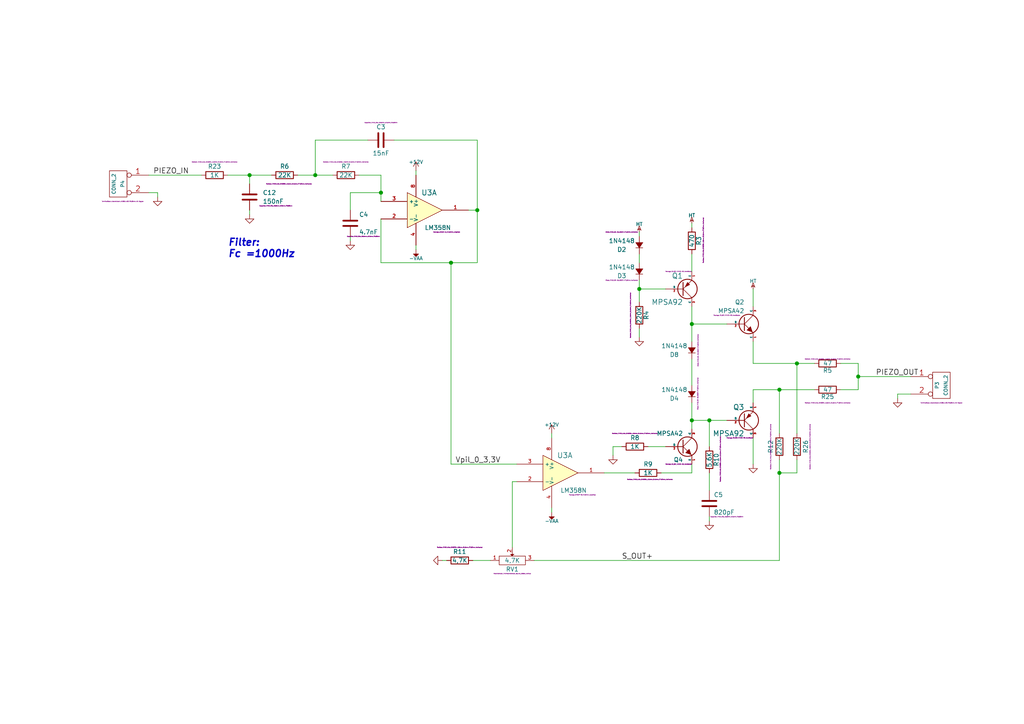
<source format=kicad_sch>
(kicad_sch (version 20230121) (generator eeschema)
  (paper "A4")
  (title_block (title "Complex hierarchy: demo") (date "2017-01-15") (rev "1"))
  (lib_symbols
    (symbol "complex_hierarchy_schlib:+12V" (power) (pin_names (offset 0))
      (property "Value" "+12V" (at 0 3.556 0))
      (symbol "+12V_0_1"
        (polyline (pts (xy -0.762 1.27) (xy 0 2.54)))
        (polyline (pts (xy 0 0) (xy 0 2.54)))
        (polyline (pts (xy 0 2.54) (xy 0.762 1.27)))
      )
      (symbol "+12V_1_1"
        (pin power_in line (at 0 0 90) (length 0) hide (name "+12V") (number "1"))
      )
    )
    (symbol "complex_hierarchy_schlib:-VAA" (power) (pin_names (offset 0))
      (property "Value" "-VAA" (at 0 2.54 0))
      (symbol "-VAA_0_0"
        (pin power_in line (at 0 0 90) (length 0) hide (name "-VAA") (number "1"))
      )
      (symbol "-VAA_0_1"
        (polyline (pts (xy 0 0) (xy 0 1.27) (xy 0 1.27)))
        (polyline (pts (xy 0 2.032) (xy 0.762 1.27) (xy -0.508 1.27) (xy -0.762 1.27) (xy 0 2.032) (xy 0 2.032) (xy 0 2.032)) (fill (type outline)))
      )
    )
    (symbol "complex_hierarchy_schlib:C" (pin_numbers hide) (pin_names (offset 0.254))
      (property "Reference" "C" (at 0.635 2.54 0))
      (property "Value" "C" (at 0.635 -2.54 0))
      (symbol "C_0_1"
        (polyline (pts (xy -2.032 -0.762) (xy 2.032 -0.762)) (stroke (width 0.508)))
        (polyline (pts (xy -2.032 0.762) (xy 2.032 0.762)) (stroke (width 0.508)))
      )
      (symbol "C_1_1"
        (pin passive line (at 0 3.81 270) (length 2.794) (name "~") (number "1"))
        (pin passive line (at 0 -3.81 90) (length 2.794) (name "~") (number "2"))
      )
    )
    (symbol "complex_hierarchy_schlib:CONN_2" (pin_names (offset 1.016) hide)
      (property "Reference" "P" (at -1.27 0 90))
      (property "Value" "CONN_2" (at 1.27 0 90))
      (symbol "CONN_2_0_1"
        (rectangle (start -2.54 3.81) (end 2.54 -3.81))
      )
      (symbol "CONN_2_1_1"
        (pin passive inverted (at -8.89 2.54 0) (length 6.35) (name "P1") (number "1"))
        (pin passive inverted (at -8.89 -2.54 0) (length 6.35) (name "PM") (number "2"))
      )
    )
    (symbol "complex_hierarchy_schlib:D_Small" (pin_numbers hide) (pin_names (offset 0.254) hide)
      (property "Reference" "D" (at -1.27 2.032 0))
      (property "Value" "D_Small" (at -3.81 -2.032 0))
      (symbol "D_Small_0_1"
        (polyline (pts (xy -0.762 -1.016) (xy -0.762 1.016)))
        (polyline (pts (xy 0.762 -1.016) (xy -0.762 0) (xy 0.762 1.016) (xy 0.762 -1.016)) (fill (type outline)))
      )
      (symbol "D_Small_1_1"
        (pin passive line (at -2.54 0 0) (length 1.778) (name "K") (number "1"))
        (pin passive line (at 2.54 0 180) (length 1.778) (name "A") (number "2"))
      )
    )
    (symbol "complex_hierarchy_schlib:GND" (power) (pin_names (offset 0))
      (property "Value" "GND" (at 0 -3.1242 0))
      (symbol "GND_0_1"
        (polyline (pts (xy 0 0) (xy 0 -1.27) (xy 1.27 -1.27) (xy 0 -2.54) (xy -1.27 -1.27) (xy 0 -1.27)))
      )
      (symbol "GND_1_1"
        (pin power_in line (at 0 0 270) (length 0) hide (name "GND") (number "1"))
      )
    )
    (symbol "complex_hierarchy_schlib:HT" (power) (pin_names (offset 0))
      (property "Value" "HT" (at 0 2.286 0))
      (symbol "HT_0_0"
        (pin power_in line (at 0 0 90) (length 0) hide (name "HT") (number "1"))
      )
      (symbol "HT_0_1"
        (polyline (pts (xy 0 0) (xy 0 1.016) (xy 0 1.016)))
        (polyline (pts (xy 0 1.016) (xy 0.508 0.508) (xy 0 1.778) (xy -0.508 0.508) (xy 0 1.016) (xy 0 1.016)))
      )
    )
    (symbol "complex_hierarchy_schlib:LM358N"
      (property "Reference" "U" (at -1.27 5.08 0))
      (property "Value" "LM358N" (at -1.27 -6.35 0))
      (symbol "LM358N_0_1"
        (polyline (pts (xy -5.08 5.08) (xy 5.08 0) (xy -5.08 -5.08) (xy -5.08 5.08)) (stroke (width 0.1524)) (fill (type background)))
        (pin power_in line (at -2.54 -10.16 90) (length 6.35) (name "V-") (number "4"))
        (pin power_in line (at -2.54 10.16 270) (length 6.35) (name "V+") (number "8"))
      )
      (symbol "LM358N_1_1"
        (pin output line (at 12.7 0 180) (length 7.62) (name "~") (number "1"))
        (pin input line (at -12.7 -2.54 0) (length 7.62) (name "-") (number "2"))
        (pin input line (at -12.7 2.54 0) (length 7.62) (name "+") (number "3"))
      )
      (symbol "LM358N_2_1"
        (pin input line (at -12.7 2.54 0) (length 7.62) (name "+") (number "5"))
        (pin input line (at -12.7 -2.54 0) (length 7.62) (name "-") (number "6"))
        (pin output line (at 12.7 0 180) (length 7.62) (name "~") (number "7"))
      )
    )
    (symbol "complex_hierarchy_schlib:MPSA42" (pin_names (offset 0))
      (property "Reference" "Q" (at 3.81 -3.81 0))
      (property "Value" "MPSA42" (at 3.81 3.81 0))
      (symbol "MPSA42_0_1"
        (polyline (pts (xy 0 0) (xy 2.54 2.54)))
        (polyline (pts (xy 0 1.905) (xy 0 -1.905) (xy 0 -1.905)) (stroke (width 0.254)))
        (polyline (pts (xy 1.27 -1.27) (xy 0 0) (xy 0 0)))
        (polyline (pts (xy 2.286 -2.286) (xy 2.54 -2.54) (xy 2.54 -2.54)))
        (polyline (pts (xy 2.286 -2.286) (xy 1.778 -0.762) (xy 0.762 -1.778) (xy 2.286 -2.286) (xy 2.286 -2.286)) (fill (type outline)))
        (circle (center 1.27 0) (radius 2.8194) (stroke (width 0.254)))
      )
      (symbol "MPSA42_1_1"
        (pin passive line (at 2.54 -5.08 90) (length 2.54) (name "E") (number "1"))
        (pin input line (at -5.08 0 0) (length 5.08) (name "B") (number "2"))
        (pin passive line (at 2.54 5.08 270) (length 2.54) (name "C") (number "3"))
      )
    )
    (symbol "complex_hierarchy_schlib:MPSA92" (pin_names (offset 0))
      (property "Reference" "Q" (at 3.81 -3.81 0))
      (property "Value" "MPSA92" (at 3.81 3.81 0))
      (symbol "MPSA92_0_1"
        (polyline (pts (xy 0 0) (xy 2.54 2.54)))
        (polyline (pts (xy 0 1.905) (xy 0 -1.905) (xy 0 -1.905)) (stroke (width 0.254)) (fill (type outline)))
        (polyline (pts (xy 0.635 -0.635) (xy 0 0) (xy 0 0)))
        (polyline (pts (xy 2.54 -2.54) (xy 1.651 -1.651) (xy 1.651 -1.651)))
        (polyline (pts (xy 0.635 -0.635) (xy 1.27 -1.905) (xy 1.905 -1.27) (xy 0.635 -0.635) (xy 0.635 -0.635)) (fill (type outline)))
        (circle (center 1.27 0) (radius 2.8194) (stroke (width 0.254)))
      )
      (symbol "MPSA92_1_1"
        (pin passive line (at 2.54 -5.08 90) (length 2.54) (name "E") (number "1"))
        (pin input line (at -5.08 0 0) (length 5.08) (name "B") (number "2"))
        (pin passive line (at 2.54 5.08 270) (length 2.54) (name "C") (number "3"))
      )
    )
    (symbol "complex_hierarchy_schlib:POT" (pin_names (offset 1.016) hide)
      (property "Reference" "RV" (at 0 -2.54 0))
      (property "Value" "POT" (at 0 0 0))
      (symbol "POT_0_1"
        (rectangle (start -3.81 1.27) (end 3.81 -1.27))
        (polyline (pts (xy 0 1.27) (xy -0.508 1.778) (xy 0.508 1.778)) (fill (type outline)))
      )
      (symbol "POT_1_1"
        (pin passive line (at -6.35 0 0) (length 2.54) (name "1") (number "1"))
        (pin passive line (at 0 3.81 270) (length 2.032) (name "2") (number "2"))
        (pin passive line (at 6.35 0 180) (length 2.54) (name "3") (number "3"))
      )
    )
    (symbol "complex_hierarchy_schlib:R" (pin_numbers hide) (pin_names (offset 0))
      (property "Reference" "R" (at 2.032 0 90))
      (property "Value" "R" (at 0 0 90))
      (symbol "R_0_1"
        (rectangle (start -1.016 -2.54) (end 1.016 2.54) (stroke (width 0.254)))
      )
      (symbol "R_1_1"
        (pin passive line (at 0 3.81 270) (length 1.27) (name "~") (number "1"))
        (pin passive line (at 0 -3.81 90) (length 1.27) (name "~") (number "2"))
      )
    )
  )
  (junction (at 138.43 60.96) (diameter 1.016))
  (junction (at 248.92 109.22) (diameter 1.016))
  (junction (at 226.06 113.03) (diameter 1.016))
  (junction (at 130.81 76.2) (diameter 1.016))
  (junction (at 205.74 121.92) (diameter 1.016))
  (junction (at 226.06 137.16) (diameter 1.016))
  (junction (at 200.66 93.98) (diameter 1.016))
  (junction (at 231.14 105.41) (diameter 1.016))
  (junction (at 91.44 50.8) (diameter 1.016))
  (junction (at 110.49 55.88) (diameter 1.016))
  (junction (at 72.39 50.8) (diameter 1.016))
  (junction (at 185.42 83.82) (diameter 1.016))
  (junction (at 200.66 121.92) (diameter 1.016))
  (wire (pts (xy 86.36 50.8) (xy 91.44 50.8)))
  (wire (pts (xy 231.14 137.16) (xy 231.14 133.35)))
  (wire (pts (xy 175.26 137.16) (xy 184.15 137.16)))
  (wire (pts (xy 218.44 127) (xy 218.44 134.62)))
  (wire (pts (xy 72.39 50.8) (xy 78.74 50.8)))
  (wire (pts (xy 110.49 55.88) (xy 110.49 58.42)))
  (wire (pts (xy 205.74 149.86) (xy 205.74 151.13)))
  (wire (pts (xy 218.44 105.41) (xy 218.44 99.06)))
  (wire (pts (xy 218.44 105.41) (xy 231.14 105.41)))
  (wire (pts (xy 180.34 129.54) (xy 177.8 129.54)))
  (wire (pts (xy 106.68 40.64) (xy 91.44 40.64)))
  (wire (pts (xy 185.42 83.82) (xy 185.42 87.63)))
  (wire (pts (xy 231.14 105.41) (xy 236.22 105.41)))
  (wire (pts (xy 226.06 113.03) (xy 236.22 113.03)))
  (wire (pts (xy 226.06 137.16) (xy 231.14 137.16)))
  (wire (pts (xy 72.39 53.34) (xy 72.39 50.8)))
  (wire (pts (xy 110.49 55.88) (xy 101.6 55.88)))
  (wire (pts (xy 185.42 81.28) (xy 185.42 83.82)))
  (wire (pts (xy 210.82 93.98) (xy 200.66 93.98)))
  (wire (pts (xy 148.59 158.75) (xy 148.59 139.7)))
  (wire (pts (xy 138.43 60.96) (xy 138.43 40.64)))
  (wire (pts (xy 130.81 76.2) (xy 138.43 76.2)))
  (wire (pts (xy 130.81 134.62) (xy 130.81 76.2)))
  (wire (pts (xy 160.02 148.59) (xy 160.02 147.32)))
  (wire (pts (xy 45.72 55.88) (xy 45.72 57.15)))
  (wire (pts (xy 91.44 50.8) (xy 96.52 50.8)))
  (wire (pts (xy 200.66 93.98) (xy 200.66 99.06)))
  (wire (pts (xy 101.6 69.85) (xy 101.6 68.58)))
  (wire (pts (xy 160.02 125.73) (xy 160.02 127)))
  (wire (pts (xy 200.66 116.84) (xy 200.66 121.92)))
  (wire (pts (xy 58.42 50.8) (xy 43.18 50.8)))
  (wire (pts (xy 200.66 64.77) (xy 200.66 66.04)))
  (wire (pts (xy 226.06 162.56) (xy 154.94 162.56)))
  (wire (pts (xy 248.92 105.41) (xy 243.84 105.41)))
  (wire (pts (xy 205.74 121.92) (xy 205.74 129.54)))
  (wire (pts (xy 200.66 121.92) (xy 205.74 121.92)))
  (wire (pts (xy 248.92 109.22) (xy 264.16 109.22)))
  (wire (pts (xy 128.27 162.56) (xy 129.54 162.56)))
  (wire (pts (xy 264.16 114.3) (xy 260.35 114.3)))
  (wire (pts (xy 138.43 40.64) (xy 114.3 40.64)))
  (wire (pts (xy 200.66 88.9) (xy 200.66 93.98)))
  (wire (pts (xy 226.06 137.16) (xy 226.06 162.56)))
  (wire (pts (xy 177.8 129.54) (xy 177.8 132.08)))
  (wire (pts (xy 149.86 134.62) (xy 130.81 134.62)))
  (wire (pts (xy 248.92 105.41) (xy 248.92 109.22)))
  (wire (pts (xy 200.66 134.62) (xy 200.66 137.16)))
  (wire (pts (xy 200.66 137.16) (xy 191.77 137.16)))
  (wire (pts (xy 43.18 55.88) (xy 45.72 55.88)))
  (wire (pts (xy 110.49 50.8) (xy 110.49 55.88)))
  (wire (pts (xy 91.44 40.64) (xy 91.44 50.8)))
  (wire (pts (xy 200.66 121.92) (xy 200.66 124.46)))
  (wire (pts (xy 110.49 50.8) (xy 104.14 50.8)))
  (wire (pts (xy 185.42 95.25) (xy 185.42 97.79)))
  (wire (pts (xy 226.06 113.03) (xy 226.06 125.73)))
  (wire (pts (xy 260.35 114.3) (xy 260.35 115.57)))
  (wire (pts (xy 120.65 49.53) (xy 120.65 50.8)))
  (wire (pts (xy 148.59 139.7) (xy 149.86 139.7)))
  (wire (pts (xy 110.49 63.5) (xy 110.49 76.2)))
  (wire (pts (xy 135.89 60.96) (xy 138.43 60.96)))
  (wire (pts (xy 137.16 162.56) (xy 142.24 162.56)))
  (wire (pts (xy 185.42 76.2) (xy 185.42 73.66)))
  (wire (pts (xy 193.04 83.82) (xy 185.42 83.82)))
  (wire (pts (xy 120.65 72.39) (xy 120.65 71.12)))
  (wire (pts (xy 218.44 113.03) (xy 226.06 113.03)))
  (wire (pts (xy 248.92 113.03) (xy 243.84 113.03)))
  (wire (pts (xy 218.44 83.82) (xy 218.44 88.9)))
  (wire (pts (xy 200.66 104.14) (xy 200.66 111.76)))
  (wire (pts (xy 218.44 113.03) (xy 218.44 116.84)))
  (wire (pts (xy 226.06 133.35) (xy 226.06 137.16)))
  (wire (pts (xy 187.96 129.54) (xy 193.04 129.54)))
  (wire (pts (xy 138.43 76.2) (xy 138.43 60.96)))
  (wire (pts (xy 66.04 50.8) (xy 72.39 50.8)))
  (wire (pts (xy 110.49 76.2) (xy 130.81 76.2)))
  (wire (pts (xy 200.66 73.66) (xy 200.66 78.74)))
  (wire (pts (xy 231.14 125.73) (xy 231.14 105.41)))
  (wire (pts (xy 205.74 121.92) (xy 210.82 121.92)))
  (wire (pts (xy 248.92 109.22) (xy 248.92 113.03)))
  (wire (pts (xy 185.42 68.58) (xy 185.42 67.31)))
  (wire (pts (xy 101.6 55.88) (xy 101.6 60.96)))
  (wire (pts (xy 72.39 62.23) (xy 72.39 60.96)))
  (wire (pts (xy 205.74 137.16) (xy 205.74 142.24)))
  (text "Filter:\nFc =1000Hz" (at 66.04 74.93 0) (effects (font (size 2.032 2.032) (thickness 0.4064) bold italic) (justify left bottom)))
  (label "Vpil_0_3,3V" (at 132.08 134.62 0) (effects (font (size 1.524 1.524))))
  (label "S_OUT+" (at 180.34 162.56 0) (effects (font (size 1.524 1.524))))
  (label "PIEZO_OUT" (at 254 109.22 0) (effects (font (size 1.524 1.524))))
  (label "PIEZO_IN" (at 44.45 50.8 0) (effects (font (size 1.524 1.524))))
  (symbol (lib_id "complex_hierarchy_schlib:POT") (at 148.59 162.56 0) (unit 1)
    (property "Reference" "RV1" (at 148.59 165.1 0))
    (property "Value" "4,7K" (at 148.59 162.56 0))
    (property "Footprint" "Potentiometer_THT:Potentiometer_Bourns_3266W_Vertical" (at 148.59 166.37 0) (effects (font (size 0.254 0.254))))
  )
  (symbol (lib_id "complex_hierarchy_schlib:C") (at 110.49 40.64 270) (unit 1)
    (property "Reference" "C3" (at 110.49 36.83 90))
    (property "Value" "15nF" (at 110.49 44.45 90))
    (property "Footprint" "Capacitor_THT:C_Disc_D5.0mm_W2.5mm_P5.00mm" (at 110.49 35.56 90) (effects (font (size 0.254 0.254))))
  )
  (symbol (lib_id "complex_hierarchy_schlib:R") (at 100.33 50.8 270) (unit 1)
    (property "Reference" "R7" (at 100.33 48.26 90))
    (property "Value" "22K" (at 100.33 50.8 90))
    (property "Footprint" "Resistor_THT:R_Axial_DIN0204_L3.6mm_D1.6mm_P7.62mm_Horizontal" (at 100.33 46.99 90) (effects (font (size 0.254 0.254))))
  )
  (symbol (lib_id "complex_hierarchy_schlib:+12V") (at 120.65 49.53 0) (unit 1)
    (property "Reference" "#U034" (effects hide))
    (property "Value" "+12V" (at 120.65 46.99 0) (effects (font (size 1.016 1.016))))
  )
  (symbol (lib_id "complex_hierarchy_schlib:LM358N") (at 123.19 60.96 0) (unit 1)
    (property "Reference" "U3" (at 124.46 55.88 0) (effects (font (size 1.524 1.524))))
    (property "Value" "LM358N" (at 127 66.04 0))
    (property "Footprint" "Package_DIP:DIP-8_W7.62mm_LongPads" (at 129.54 67.31 0) (effects (font (size 0.254 0.254))))
  )
  (symbol (lib_id "complex_hierarchy_schlib:HT") (at 218.44 83.82 0) (unit 1)
    (property "Reference" "#PWR033" (effects hide))
    (property "Value" "HT" (at 218.44 81.534 0) (effects (font (size 1.016 1.016))))
  )
  (symbol (lib_id "complex_hierarchy_schlib:HT") (at 200.66 64.77 0) (unit 1)
    (property "Reference" "#PWR032" (effects hide))
    (property "Value" "HT" (at 200.66 62.484 0) (effects (font (size 1.016 1.016))))
  )
  (symbol (lib_id "complex_hierarchy_schlib:HT") (at 185.42 67.31 0) (unit 1)
    (property "Reference" "#PWR031" (effects hide))
    (property "Value" "HT" (at 185.42 65.024 0) (effects (font (size 1.016 1.016))))
  )
  (symbol (lib_id "complex_hierarchy_schlib:MPSA92") (at 198.12 83.82 0) (mirror x) (unit 1)
    (property "Reference" "Q1" (at 198.12 80.01 0) (effects (font (size 1.524 1.524)) (justify right)))
    (property "Value" "MPSA92" (at 198.12 87.63 0) (effects (font (size 1.524 1.524)) (justify right)))
    (property "Footprint" "Package_TO_SOT_THT:TO-92_HandSolder" (at 196.85 78.74 0) (effects (font (size 0.254 0.254))))
  )
  (symbol (lib_id "complex_hierarchy_schlib:GND") (at 128.27 162.56 270) (unit 1)
    (property "Reference" "#PWR030" (effects hide))
    (property "Value" "GND" (effects hide))
  )
  (symbol (lib_id "complex_hierarchy_schlib:R") (at 133.35 162.56 270) (unit 1)
    (property "Reference" "R11" (at 133.35 160.02 90))
    (property "Value" "4,7K" (at 133.35 162.56 90))
    (property "Footprint" "Resistor_THT:R_Axial_DIN0204_L3.6mm_D1.6mm_P7.62mm_Horizontal" (at 133.35 158.75 90) (effects (font (size 0.254 0.254))))
  )
  (symbol (lib_id "complex_hierarchy_schlib:GND") (at 260.35 115.57 0) (unit 1)
    (property "Reference" "#PWR029" (effects hide))
    (property "Value" "GND" (effects hide))
  )
  (symbol (lib_id "complex_hierarchy_schlib:R") (at 240.03 105.41 270) (unit 1)
    (property "Reference" "R5" (at 240.03 107.442 90))
    (property "Value" "47" (at 240.03 105.41 90))
    (property "Footprint" "Resistor_THT:R_Axial_DIN0204_L3.6mm_D1.6mm_P7.62mm_Horizontal" (at 240.03 104.14 90) (effects (font (size 0.254 0.254))))
  )
  (symbol (lib_id "complex_hierarchy_schlib:C") (at 205.74 146.05 0) (unit 1)
    (property "Reference" "C5" (at 207.01 143.51 0) (effects (justify left)))
    (property "Value" "820pF" (at 207.01 148.59 0) (effects (justify left)))
    (property "Footprint" "Capacitor_THT:C_Disc_D5.0mm_W2.5mm_P5.00mm" (at 210.82 149.86 0) (effects (font (size 0.254 0.254))))
  )
  (symbol (lib_id "complex_hierarchy_schlib:C") (at 101.6 64.77 0) (unit 1)
    (property "Reference" "C4" (at 104.14 62.23 0) (effects (justify left)))
    (property "Value" "4.7nF" (at 104.14 67.31 0) (effects (justify left)))
    (property "Footprint" "Capacitor_THT:C_Disc_D5.0mm_W2.5mm_P5.00mm" (at 105.41 68.58 0) (effects (font (size 0.254 0.254))))
  )
  (symbol (lib_id "complex_hierarchy_schlib:CONN_2") (at 34.29 53.34 0) (mirror y) (unit 1)
    (property "Reference" "P4" (at 35.56 53.34 90) (effects (font (size 1.016 1.016))))
    (property "Value" "CONN_2" (at 33.02 53.34 90) (effects (font (size 1.016 1.016))))
    (property "Footprint" "TerminalBlock_Altech:Altech_AK300_1x02_P5.00mm_45-Degree" (at 35.56 58.42 0) (effects (font (size 0.254 0.254))))
  )
  (symbol (lib_id "complex_hierarchy_schlib:LM358N") (at 162.56 137.16 0) (unit 1)
    (property "Reference" "U3" (at 163.83 132.08 0) (effects (font (size 1.524 1.524))))
    (property "Value" "LM358N" (at 166.37 142.24 0))
    (property "Footprint" "Package_DIP:DIP-8_W7.62mm_LongPads" (at 168.91 143.51 0) (effects (font (size 0.254 0.254))))
  )
  (symbol (lib_id "complex_hierarchy_schlib:GND") (at 101.6 69.85 0) (unit 1)
    (property "Reference" "#PWR028" (effects hide))
    (property "Value" "GND" (effects hide))
  )
  (symbol (lib_id "complex_hierarchy_schlib:GND") (at 45.72 57.15 0) (unit 1)
    (property "Reference" "#PWR027" (effects hide))
    (property "Value" "GND" (effects hide))
  )
  (symbol (lib_id "complex_hierarchy_schlib:R") (at 82.55 50.8 270) (unit 1)
    (property "Reference" "R6" (at 82.55 48.26 90))
    (property "Value" "22K" (at 82.55 50.8 90))
    (property "Footprint" "Resistor_THT:R_Axial_DIN0204_L3.6mm_D1.6mm_P7.62mm_Horizontal" (at 83.82 53.34 90) (effects (font (size 0.254 0.254))))
  )
  (symbol (lib_id "complex_hierarchy_schlib:CONN_2") (at 273.05 111.76 0) (unit 1)
    (property "Reference" "P3" (at 271.78 111.76 90) (effects (font (size 1.016 1.016))))
    (property "Value" "CONN_2" (at 274.32 111.76 90) (effects (font (size 1.016 1.016))))
    (property "Footprint" "TerminalBlock_Altech:Altech_AK300_1x02_P5.00mm_45-Degree" (at 273.05 116.84 0) (effects (font (size 0.254 0.254))))
  )
  (symbol (lib_id "complex_hierarchy_schlib:R") (at 187.96 137.16 270) (unit 1)
    (property "Reference" "R9" (at 187.96 134.62 90))
    (property "Value" "1K" (at 187.96 137.16 90))
    (property "Footprint" "Resistor_THT:R_Axial_DIN0204_L3.6mm_D1.6mm_P7.62mm_Horizontal" (at 188.5188 139.065 90) (effects (font (size 0.254 0.254))))
  )
  (symbol (lib_id "complex_hierarchy_schlib:+12V") (at 160.02 125.73 0) (unit 1)
    (property "Reference" "#U026" (effects hide))
    (property "Value" "+12V" (at 160.02 123.19 0) (effects (font (size 1.016 1.016))))
  )
  (symbol (lib_id "complex_hierarchy_schlib:R") (at 226.06 129.54 180) (unit 1)
    (property "Reference" "R12" (at 223.52 129.54 90))
    (property "Value" "220K" (at 226.06 129.54 90))
    (property "Footprint" "Resistor_THT:R_Axial_DIN0204_L3.6mm_D1.6mm_P7.62mm_Horizontal" (at 223.52 129.54 90) (effects (font (size 0.254 0.254))))
  )
  (symbol (lib_id "complex_hierarchy_schlib:R") (at 184.15 129.54 270) (unit 1)
    (property "Reference" "R8" (at 184.15 127 90))
    (property "Value" "1K" (at 184.15 129.54 90))
    (property "Footprint" "Resistor_THT:R_Axial_DIN0204_L3.6mm_D1.6mm_P7.62mm_Horizontal" (at 184.15 125.73 90) (effects (font (size 0.254 0.254))))
  )
  (symbol (lib_id "complex_hierarchy_schlib:GND") (at 185.42 97.79 0) (unit 1)
    (property "Reference" "#PWR025" (effects hide))
    (property "Value" "GND" (effects hide))
  )
  (symbol (lib_id "complex_hierarchy_schlib:R") (at 185.42 91.44 0) (unit 1)
    (property "Reference" "R4" (at 187.452 91.44 90))
    (property "Value" "220K" (at 185.42 91.44 90))
    (property "Footprint" "Resistor_THT:R_Axial_DIN0204_L3.6mm_D1.6mm_P7.62mm_Horizontal" (at 182.88 91.44 90) (effects (font (size 0.254 0.254))))
  )
  (symbol (lib_id "complex_hierarchy_schlib:D_Small") (at 185.42 71.12 90) (unit 1)
    (property "Reference" "D2" (at 180.34 72.39 90))
    (property "Value" "1N4148" (at 180.34 69.85 90))
    (property "Footprint" "Diode_THT:D_DO-35_SOD27_P7.62mm_Horizontal" (at 180.34 67.31 90) (effects (font (size 0.254 0.254))))
  )
  (symbol (lib_id "complex_hierarchy_schlib:R") (at 200.66 69.85 0) (unit 1)
    (property "Reference" "R3" (at 202.692 69.85 90))
    (property "Value" "470" (at 200.66 69.85 90))
    (property "Footprint" "Resistor_THT:R_Axial_DIN0204_L3.6mm_D1.6mm_P7.62mm_Horizontal" (at 203.9874 69.6468 90) (effects (font (size 0.254 0.254))))
  )
  (symbol (lib_id "complex_hierarchy_schlib:D_Small") (at 185.42 78.74 90) (unit 1)
    (property "Reference" "D3" (at 180.34 80.01 90))
    (property "Value" "1N4148" (at 180.34 77.47 90))
    (property "Footprint" "Diode_THT:D_DO-35_SOD27_P7.62mm_Horizontal" (at 180.34 81.28 90) (effects (font (size 0.254 0.254))))
  )
  (symbol (lib_id "complex_hierarchy_schlib:GND") (at 177.8 132.08 0) (unit 1)
    (property "Reference" "#PWR024" (effects hide))
    (property "Value" "GND" (effects hide))
  )
  (symbol (lib_id "complex_hierarchy_schlib:MPSA42") (at 198.12 129.54 0) (unit 1)
    (property "Reference" "Q4" (at 198.12 133.35 0) (effects (justify right)))
    (property "Value" "MPSA42" (at 198.12 125.73 0) (effects (justify right)))
    (property "Footprint" "Package_TO_SOT_THT:TO-92_HandSolder" (at 196.85 134.62 0) (effects (font (size 0.254 0.254))))
  )
  (symbol (lib_id "complex_hierarchy_schlib:GND") (at 218.44 134.62 0) (unit 1)
    (property "Reference" "#PWR023" (effects hide))
    (property "Value" "GND" (effects hide))
  )
  (symbol (lib_id "complex_hierarchy_schlib:D_Small") (at 200.66 114.3 90) (unit 1)
    (property "Reference" "D4" (at 195.58 115.57 90))
    (property "Value" "1N4148" (at 195.58 113.03 90))
    (property "Footprint" "Diode_THT:D_DO-35_SOD27_P7.62mm_Horizontal" (at 202.3872 114.1476 0) (effects (font (size 0.254 0.254))))
  )
  (symbol (lib_id "complex_hierarchy_schlib:MPSA92") (at 215.9 121.92 0) (mirror x) (unit 1)
    (property "Reference" "Q3" (at 215.9 118.11 0) (effects (font (size 1.524 1.524)) (justify right)))
    (property "Value" "MPSA92" (at 215.9 125.73 0) (effects (font (size 1.524 1.524)) (justify right)))
    (property "Footprint" "Package_TO_SOT_THT:TO-92_HandSolder" (at 214.63 127 0) (effects (font (size 0.254 0.254))))
  )
  (symbol (lib_id "complex_hierarchy_schlib:MPSA42") (at 215.9 93.98 0) (unit 1)
    (property "Reference" "Q2" (at 215.9 87.63 0) (effects (justify right)))
    (property "Value" "MPSA42" (at 215.9 90.17 0) (effects (justify right)))
    (property "Footprint" "Package_TO_SOT_THT:TO-92_HandSolder" (at 210.82 91.44 0) (effects (font (size 0.254 0.254))))
  )
  (symbol (lib_id "complex_hierarchy_schlib:-VAA") (at 120.65 72.39 180) (unit 1)
    (property "Reference" "#PWR022" (effects hide))
    (property "Value" "-VAA" (at 120.65 74.93 0) (effects (font (size 1.016 1.016))))
  )
  (symbol (lib_id "complex_hierarchy_schlib:-VAA") (at 160.02 148.59 180) (unit 1)
    (property "Reference" "#PWR021" (effects hide))
    (property "Value" "-VAA" (at 160.02 151.13 0) (effects (font (size 1.016 1.016))))
  )
  (symbol (lib_id "complex_hierarchy_schlib:R") (at 62.23 50.8 270) (unit 1)
    (property "Reference" "R23" (at 62.23 48.26 90))
    (property "Value" "1K" (at 62.23 50.8 90))
    (property "Footprint" "Resistor_THT:R_Axial_DIN0204_L3.6mm_D1.6mm_P7.62mm_Horizontal" (at 62.23 46.99 90) (effects (font (size 0.254 0.254))))
  )
  (symbol (lib_id "complex_hierarchy_schlib:C") (at 72.39 57.15 0) (unit 1)
    (property "Reference" "C12" (at 76.2 55.88 0) (effects (justify left)))
    (property "Value" "150nF" (at 76.2 58.42 0) (effects (justify left)))
    (property "Footprint" "Capacitor_THT:C_Disc_D5.0mm_W2.5mm_P5.00mm" (at 80.01 59.69 0) (effects (font (size 0.254 0.254))))
  )
  (symbol (lib_id "complex_hierarchy_schlib:GND") (at 72.39 62.23 0) (unit 1)
    (property "Reference" "#PWR020" (effects hide))
    (property "Value" "GND" (effects hide))
  )
  (symbol (lib_id "complex_hierarchy_schlib:R") (at 205.74 133.35 0) (unit 1)
    (property "Reference" "R10" (at 207.772 133.35 90))
    (property "Value" "5,6K" (at 205.74 133.35 90))
    (property "Footprint" "Resistor_THT:R_Axial_DIN0204_L3.6mm_D1.6mm_P7.62mm_Horizontal" (at 208.9404 133.1214 90) (effects (font (size 0.254 0.254))))
  )
  (symbol (lib_id "complex_hierarchy_schlib:GND") (at 205.74 151.13 0) (unit 1)
    (property "Reference" "#PWR019" (effects hide))
    (property "Value" "GND" (effects hide))
  )
  (symbol (lib_id "complex_hierarchy_schlib:D_Small") (at 200.66 101.6 90) (unit 1)
    (property "Reference" "D8" (at 195.58 102.87 90))
    (property "Value" "1N4148" (at 195.58 100.33 90))
    (property "Footprint" "Diode_THT:D_DO-35_SOD27_P7.62mm_Horizontal" (at 202.4634 101.5746 0) (effects (font (size 0.254 0.254))))
  )
  (symbol (lib_id "complex_hierarchy_schlib:R") (at 240.03 113.03 270) (unit 1)
    (property "Reference" "R25" (at 240.03 115.062 90))
    (property "Value" "47" (at 240.03 113.03 90))
    (property "Footprint" "Resistor_THT:R_Axial_DIN0204_L3.6mm_D1.6mm_P7.62mm_Horizontal" (at 240.03 116.84 90) (effects (font (size 0.254 0.254))))
  )
  (symbol (lib_id "complex_hierarchy_schlib:R") (at 231.14 129.54 180) (unit 1)
    (property "Reference" "R26" (at 233.68 129.54 90))
    (property "Value" "220K" (at 231.14 129.54 90))
    (property "Footprint" "Resistor_THT:R_Axial_DIN0204_L3.6mm_D1.6mm_P7.62mm_Horizontal" (at 234.95 129.54 90) (effects (font (size 0.254 0.254))))
  )
)
</source>
